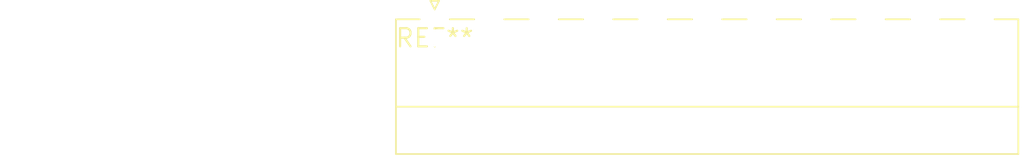
<source format=kicad_pcb>
(kicad_pcb (version 20240108) (generator pcbnew)
  (layers (0 "F.Cu" signal) (31 "B.Cu" signal) (34 "B.Paste" user) (35 "F.Paste" user) (36 "B.SilkS" user "B.Silkscreen") (37 "F.SilkS" user "F.Silkscreen") (38 "B.Mask" user) (39 "F.Mask" user) (44 "Edge.Cuts" user))
  (net 0 "")
  (footprint "PhoenixContact_MC_1,5_11-G-3.81_1x11_P3.81mm_Horizontal" (layer "F.Cu") (at 0 0)
    (property "Reference" "REF**")
    (property "Value" "PhoenixContact_MC_1,5_11-G-3.81_1x11_P3.81mm_Horizontal")
    (fp_line (start -2.71 -1.31) (end -2.71 8.11) (layer "F.SilkS") (stroke (width 0.12)))
    (fp_line (start -2.71 -1.31) (end -1.05 -1.31) (layer "F.SilkS") (stroke (width 0.12)))
    (fp_line (start -2.71 4.8) (end 40.81 4.8) (layer "F.SilkS") (stroke (width 0.12)))
    (fp_line (start -2.71 8.11) (end 40.81 8.11) (layer "F.SilkS") (stroke (width 0.12)))
    (fp_line (start -0.3 -2.6) (end 0.3 -2.6) (layer "F.SilkS") (stroke (width 0.12)))
    (fp_line (start 0 -2) (end -0.3 -2.6) (layer "F.SilkS") (stroke (width 0.12)))
    (fp_line (start 0.3 -2.6) (end 0 -2) (layer "F.SilkS") (stroke (width 0.12)))
    (fp_line (start 1.05 -1.31) (end 2.76 -1.31) (layer "F.SilkS") (stroke (width 0.12)))
    (fp_line (start 4.86 -1.31) (end 6.57 -1.31) (layer "F.SilkS") (stroke (width 0.12)))
    (fp_line (start 8.67 -1.31) (end 10.38 -1.31) (layer "F.SilkS") (stroke (width 0.12)))
    (fp_line (start 12.48 -1.31) (end 14.19 -1.31) (layer "F.SilkS") (stroke (width 0.12)))
    (fp_line (start 16.29 -1.31) (end 18 -1.31) (layer "F.SilkS") (stroke (width 0.12)))
    (fp_line (start 20.1 -1.31) (end 21.81 -1.31) (layer "F.SilkS") (stroke (width 0.12)))
    (fp_line (start 23.91 -1.31) (end 25.62 -1.31) (layer "F.SilkS") (stroke (width 0.12)))
    (fp_line (start 27.72 -1.31) (end 29.43 -1.31) (layer "F.SilkS") (stroke (width 0.12)))
    (fp_line (start 31.53 -1.31) (end 33.24 -1.31) (layer "F.SilkS") (stroke (width 0.12)))
    (fp_line (start 35.34 -1.31) (end 37.05 -1.31) (layer "F.SilkS") (stroke (width 0.12)))
    (fp_line (start 40.81 -1.31) (end 39.15 -1.31) (layer "F.SilkS") (stroke (width 0.12)))
    (fp_line (start 40.81 8.11) (end 40.81 -1.31) (layer "F.SilkS") (stroke (width 0.12)))
    (pad "1" thru_hole roundrect (at 0 0) (size 1.8 3.6) (drill 1.2) (layers *.Cu *.Mask) (remove_unused_layers) (roundrect_rratio 0.138889))
    (pad "2" thru_hole oval (at 3.81 0) (size 1.8 3.6) (drill 1.2) (layers *.Cu *.Mask) (remove_unused_layers))
    (pad "3" thru_hole oval (at 7.62 0) (size 1.8 3.6) (drill 1.2) (layers *.Cu *.Mask) (remove_unused_layers))
    (pad "4" thru_hole oval (at 11.43 0) (size 1.8 3.6) (drill 1.2) (layers *.Cu *.Mask) (remove_unused_layers))
    (pad "5" thru_hole oval (at 15.24 0) (size 1.8 3.6) (drill 1.2) (layers *.Cu *.Mask) (remove_unused_layers))
    (pad "6" thru_hole oval (at 19.05 0) (size 1.8 3.6) (drill 1.2) (layers *.Cu *.Mask) (remove_unused_layers))
    (pad "7" thru_hole oval (at 22.86 0) (size 1.8 3.6) (drill 1.2) (layers *.Cu *.Mask) (remove_unused_layers))
    (pad "8" thru_hole oval (at 26.67 0) (size 1.8 3.6) (drill 1.2) (layers *.Cu *.Mask) (remove_unused_layers))
    (pad "9" thru_hole oval (at 30.48 0) (size 1.8 3.6) (drill 1.2) (layers *.Cu *.Mask) (remove_unused_layers))
    (pad "10" thru_hole oval (at 34.29 0) (size 1.8 3.6) (drill 1.2) (layers *.Cu *.Mask) (remove_unused_layers))
    (pad "11" thru_hole oval (at 38.1 0) (size 1.8 3.6) (drill 1.2) (layers *.Cu *.Mask) (remove_unused_layers))
  )
)
</source>
